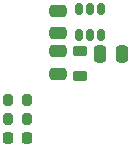
<source format=gbr>
%TF.GenerationSoftware,KiCad,Pcbnew,(6.0.0-0)*%
%TF.CreationDate,2022-11-26T20:19:59-08:00*%
%TF.ProjectId,Tap_Photosensor_PCB,5461705f-5068-46f7-946f-73656e736f72,rev?*%
%TF.SameCoordinates,Original*%
%TF.FileFunction,Paste,Top*%
%TF.FilePolarity,Positive*%
%FSLAX46Y46*%
G04 Gerber Fmt 4.6, Leading zero omitted, Abs format (unit mm)*
G04 Created by KiCad (PCBNEW (6.0.0-0)) date 2022-11-26 20:19:59*
%MOMM*%
%LPD*%
G01*
G04 APERTURE LIST*
G04 Aperture macros list*
%AMRoundRect*
0 Rectangle with rounded corners*
0 $1 Rounding radius*
0 $2 $3 $4 $5 $6 $7 $8 $9 X,Y pos of 4 corners*
0 Add a 4 corners polygon primitive as box body*
4,1,4,$2,$3,$4,$5,$6,$7,$8,$9,$2,$3,0*
0 Add four circle primitives for the rounded corners*
1,1,$1+$1,$2,$3*
1,1,$1+$1,$4,$5*
1,1,$1+$1,$6,$7*
1,1,$1+$1,$8,$9*
0 Add four rect primitives between the rounded corners*
20,1,$1+$1,$2,$3,$4,$5,0*
20,1,$1+$1,$4,$5,$6,$7,0*
20,1,$1+$1,$6,$7,$8,$9,0*
20,1,$1+$1,$8,$9,$2,$3,0*%
G04 Aperture macros list end*
%ADD10RoundRect,0.200000X0.200000X0.275000X-0.200000X0.275000X-0.200000X-0.275000X0.200000X-0.275000X0*%
%ADD11RoundRect,0.250000X-0.250000X-0.475000X0.250000X-0.475000X0.250000X0.475000X-0.250000X0.475000X0*%
%ADD12RoundRect,0.250000X0.475000X-0.250000X0.475000X0.250000X-0.475000X0.250000X-0.475000X-0.250000X0*%
%ADD13RoundRect,0.175000X-0.175000X0.325000X-0.175000X-0.325000X0.175000X-0.325000X0.175000X0.325000X0*%
%ADD14RoundRect,0.250000X-0.475000X0.250000X-0.475000X-0.250000X0.475000X-0.250000X0.475000X0.250000X0*%
%ADD15RoundRect,0.218750X0.218750X0.256250X-0.218750X0.256250X-0.218750X-0.256250X0.218750X-0.256250X0*%
%ADD16RoundRect,0.218750X-0.381250X0.218750X-0.381250X-0.218750X0.381250X-0.218750X0.381250X0.218750X0*%
G04 APERTURE END LIST*
D10*
%TO.C,R1*%
X113225000Y-64125000D03*
X111575000Y-64125000D03*
%TD*%
D11*
%TO.C,C2*%
X119375000Y-60250000D03*
X121275000Y-60250000D03*
%TD*%
D12*
%TO.C,C3*%
X115825000Y-61900000D03*
X115825000Y-60000000D03*
%TD*%
D13*
%TO.C,U2*%
X119500000Y-56425000D03*
X118550000Y-56425000D03*
X117600000Y-56425000D03*
X117600000Y-58625000D03*
X118550000Y-58625000D03*
X119500000Y-58625000D03*
%TD*%
D14*
%TO.C,C1*%
X115825000Y-56575000D03*
X115825000Y-58475000D03*
%TD*%
D15*
%TO.C,D1*%
X113187500Y-67325000D03*
X111612500Y-67325000D03*
%TD*%
D10*
%TO.C,R3*%
X113225000Y-65725000D03*
X111575000Y-65725000D03*
%TD*%
D16*
%TO.C,L1*%
X117725000Y-59937500D03*
X117725000Y-62062500D03*
%TD*%
M02*

</source>
